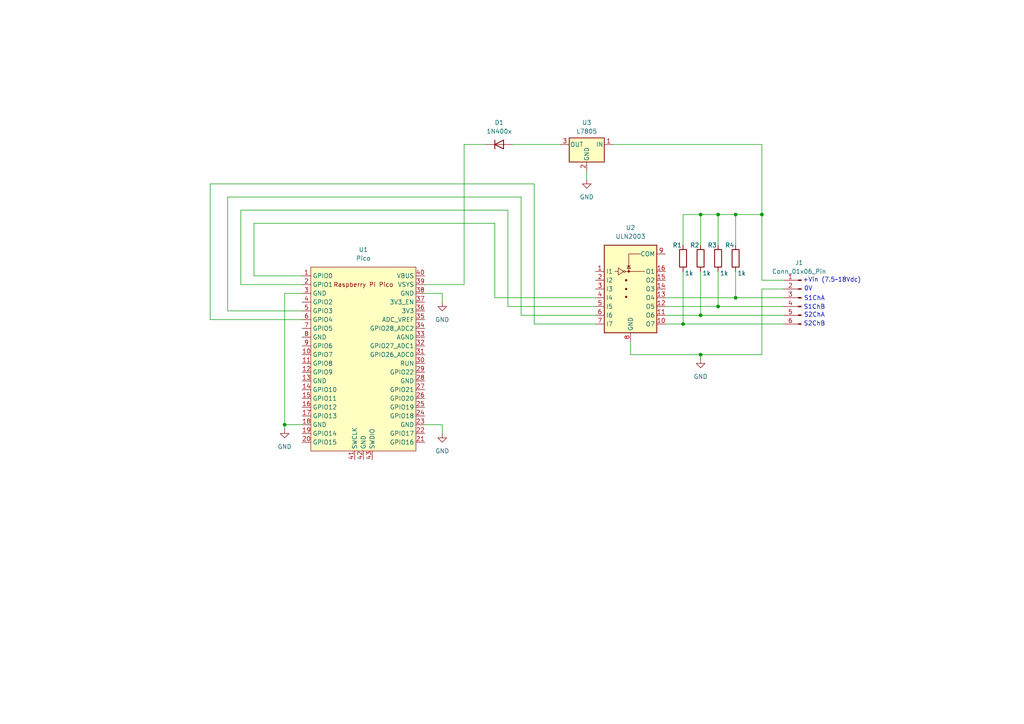
<source format=kicad_sch>
(kicad_sch
	(version 20231120)
	(generator "eeschema")
	(generator_version "8.0")
	(uuid "43917d5a-17c1-4cc9-b0b3-c358de011f0d")
	(paper "A4")
	(title_block
		(title "Speed Sensor Simulator")
		(date "2024-12-02")
		(rev "2")
		(comment 1 "Design by Gérard Gauthier")
	)
	(lib_symbols
		(symbol "Connector:Conn_01x06_Pin"
			(pin_names
				(offset 1.016) hide)
			(exclude_from_sim no)
			(in_bom yes)
			(on_board yes)
			(property "Reference" "J"
				(at 0 7.62 0)
				(effects
					(font
						(size 1.27 1.27)
					)
				)
			)
			(property "Value" "Conn_01x06_Pin"
				(at 0 -10.16 0)
				(effects
					(font
						(size 1.27 1.27)
					)
				)
			)
			(property "Footprint" ""
				(at 0 0 0)
				(effects
					(font
						(size 1.27 1.27)
					)
					(hide yes)
				)
			)
			(property "Datasheet" "~"
				(at 0 0 0)
				(effects
					(font
						(size 1.27 1.27)
					)
					(hide yes)
				)
			)
			(property "Description" "Generic connector, single row, 01x06, script generated"
				(at 0 0 0)
				(effects
					(font
						(size 1.27 1.27)
					)
					(hide yes)
				)
			)
			(property "ki_locked" ""
				(at 0 0 0)
				(effects
					(font
						(size 1.27 1.27)
					)
				)
			)
			(property "ki_keywords" "connector"
				(at 0 0 0)
				(effects
					(font
						(size 1.27 1.27)
					)
					(hide yes)
				)
			)
			(property "ki_fp_filters" "Connector*:*_1x??_*"
				(at 0 0 0)
				(effects
					(font
						(size 1.27 1.27)
					)
					(hide yes)
				)
			)
			(symbol "Conn_01x06_Pin_1_1"
				(polyline
					(pts
						(xy 1.27 -7.62) (xy 0.8636 -7.62)
					)
					(stroke
						(width 0.1524)
						(type default)
					)
					(fill
						(type none)
					)
				)
				(polyline
					(pts
						(xy 1.27 -5.08) (xy 0.8636 -5.08)
					)
					(stroke
						(width 0.1524)
						(type default)
					)
					(fill
						(type none)
					)
				)
				(polyline
					(pts
						(xy 1.27 -2.54) (xy 0.8636 -2.54)
					)
					(stroke
						(width 0.1524)
						(type default)
					)
					(fill
						(type none)
					)
				)
				(polyline
					(pts
						(xy 1.27 0) (xy 0.8636 0)
					)
					(stroke
						(width 0.1524)
						(type default)
					)
					(fill
						(type none)
					)
				)
				(polyline
					(pts
						(xy 1.27 2.54) (xy 0.8636 2.54)
					)
					(stroke
						(width 0.1524)
						(type default)
					)
					(fill
						(type none)
					)
				)
				(polyline
					(pts
						(xy 1.27 5.08) (xy 0.8636 5.08)
					)
					(stroke
						(width 0.1524)
						(type default)
					)
					(fill
						(type none)
					)
				)
				(rectangle
					(start 0.8636 -7.493)
					(end 0 -7.747)
					(stroke
						(width 0.1524)
						(type default)
					)
					(fill
						(type outline)
					)
				)
				(rectangle
					(start 0.8636 -4.953)
					(end 0 -5.207)
					(stroke
						(width 0.1524)
						(type default)
					)
					(fill
						(type outline)
					)
				)
				(rectangle
					(start 0.8636 -2.413)
					(end 0 -2.667)
					(stroke
						(width 0.1524)
						(type default)
					)
					(fill
						(type outline)
					)
				)
				(rectangle
					(start 0.8636 0.127)
					(end 0 -0.127)
					(stroke
						(width 0.1524)
						(type default)
					)
					(fill
						(type outline)
					)
				)
				(rectangle
					(start 0.8636 2.667)
					(end 0 2.413)
					(stroke
						(width 0.1524)
						(type default)
					)
					(fill
						(type outline)
					)
				)
				(rectangle
					(start 0.8636 5.207)
					(end 0 4.953)
					(stroke
						(width 0.1524)
						(type default)
					)
					(fill
						(type outline)
					)
				)
				(pin passive line
					(at 5.08 5.08 180)
					(length 3.81)
					(name "Pin_1"
						(effects
							(font
								(size 1.27 1.27)
							)
						)
					)
					(number "1"
						(effects
							(font
								(size 1.27 1.27)
							)
						)
					)
				)
				(pin passive line
					(at 5.08 2.54 180)
					(length 3.81)
					(name "Pin_2"
						(effects
							(font
								(size 1.27 1.27)
							)
						)
					)
					(number "2"
						(effects
							(font
								(size 1.27 1.27)
							)
						)
					)
				)
				(pin passive line
					(at 5.08 0 180)
					(length 3.81)
					(name "Pin_3"
						(effects
							(font
								(size 1.27 1.27)
							)
						)
					)
					(number "3"
						(effects
							(font
								(size 1.27 1.27)
							)
						)
					)
				)
				(pin passive line
					(at 5.08 -2.54 180)
					(length 3.81)
					(name "Pin_4"
						(effects
							(font
								(size 1.27 1.27)
							)
						)
					)
					(number "4"
						(effects
							(font
								(size 1.27 1.27)
							)
						)
					)
				)
				(pin passive line
					(at 5.08 -5.08 180)
					(length 3.81)
					(name "Pin_5"
						(effects
							(font
								(size 1.27 1.27)
							)
						)
					)
					(number "5"
						(effects
							(font
								(size 1.27 1.27)
							)
						)
					)
				)
				(pin passive line
					(at 5.08 -7.62 180)
					(length 3.81)
					(name "Pin_6"
						(effects
							(font
								(size 1.27 1.27)
							)
						)
					)
					(number "6"
						(effects
							(font
								(size 1.27 1.27)
							)
						)
					)
				)
			)
		)
		(symbol "Device:D"
			(pin_numbers hide)
			(pin_names
				(offset 1.016) hide)
			(exclude_from_sim no)
			(in_bom yes)
			(on_board yes)
			(property "Reference" "D"
				(at 0 2.54 0)
				(effects
					(font
						(size 1.27 1.27)
					)
				)
			)
			(property "Value" "D"
				(at 0 -2.54 0)
				(effects
					(font
						(size 1.27 1.27)
					)
				)
			)
			(property "Footprint" ""
				(at 0 0 0)
				(effects
					(font
						(size 1.27 1.27)
					)
					(hide yes)
				)
			)
			(property "Datasheet" "~"
				(at 0 0 0)
				(effects
					(font
						(size 1.27 1.27)
					)
					(hide yes)
				)
			)
			(property "Description" "Diode"
				(at 0 0 0)
				(effects
					(font
						(size 1.27 1.27)
					)
					(hide yes)
				)
			)
			(property "Sim.Device" "D"
				(at 0 0 0)
				(effects
					(font
						(size 1.27 1.27)
					)
					(hide yes)
				)
			)
			(property "Sim.Pins" "1=K 2=A"
				(at 0 0 0)
				(effects
					(font
						(size 1.27 1.27)
					)
					(hide yes)
				)
			)
			(property "ki_keywords" "diode"
				(at 0 0 0)
				(effects
					(font
						(size 1.27 1.27)
					)
					(hide yes)
				)
			)
			(property "ki_fp_filters" "TO-???* *_Diode_* *SingleDiode* D_*"
				(at 0 0 0)
				(effects
					(font
						(size 1.27 1.27)
					)
					(hide yes)
				)
			)
			(symbol "D_0_1"
				(polyline
					(pts
						(xy -1.27 1.27) (xy -1.27 -1.27)
					)
					(stroke
						(width 0.254)
						(type default)
					)
					(fill
						(type none)
					)
				)
				(polyline
					(pts
						(xy 1.27 0) (xy -1.27 0)
					)
					(stroke
						(width 0)
						(type default)
					)
					(fill
						(type none)
					)
				)
				(polyline
					(pts
						(xy 1.27 1.27) (xy 1.27 -1.27) (xy -1.27 0) (xy 1.27 1.27)
					)
					(stroke
						(width 0.254)
						(type default)
					)
					(fill
						(type none)
					)
				)
			)
			(symbol "D_1_1"
				(pin passive line
					(at -3.81 0 0)
					(length 2.54)
					(name "K"
						(effects
							(font
								(size 1.27 1.27)
							)
						)
					)
					(number "1"
						(effects
							(font
								(size 1.27 1.27)
							)
						)
					)
				)
				(pin passive line
					(at 3.81 0 180)
					(length 2.54)
					(name "A"
						(effects
							(font
								(size 1.27 1.27)
							)
						)
					)
					(number "2"
						(effects
							(font
								(size 1.27 1.27)
							)
						)
					)
				)
			)
		)
		(symbol "Device:R"
			(pin_numbers hide)
			(pin_names
				(offset 0)
			)
			(exclude_from_sim no)
			(in_bom yes)
			(on_board yes)
			(property "Reference" "R"
				(at 2.032 0 90)
				(effects
					(font
						(size 1.27 1.27)
					)
				)
			)
			(property "Value" "R"
				(at 0 0 90)
				(effects
					(font
						(size 1.27 1.27)
					)
				)
			)
			(property "Footprint" ""
				(at -1.778 0 90)
				(effects
					(font
						(size 1.27 1.27)
					)
					(hide yes)
				)
			)
			(property "Datasheet" "~"
				(at 0 0 0)
				(effects
					(font
						(size 1.27 1.27)
					)
					(hide yes)
				)
			)
			(property "Description" "Resistor"
				(at 0 0 0)
				(effects
					(font
						(size 1.27 1.27)
					)
					(hide yes)
				)
			)
			(property "ki_keywords" "R res resistor"
				(at 0 0 0)
				(effects
					(font
						(size 1.27 1.27)
					)
					(hide yes)
				)
			)
			(property "ki_fp_filters" "R_*"
				(at 0 0 0)
				(effects
					(font
						(size 1.27 1.27)
					)
					(hide yes)
				)
			)
			(symbol "R_0_1"
				(rectangle
					(start -1.016 -2.54)
					(end 1.016 2.54)
					(stroke
						(width 0.254)
						(type default)
					)
					(fill
						(type none)
					)
				)
			)
			(symbol "R_1_1"
				(pin passive line
					(at 0 3.81 270)
					(length 1.27)
					(name "~"
						(effects
							(font
								(size 1.27 1.27)
							)
						)
					)
					(number "1"
						(effects
							(font
								(size 1.27 1.27)
							)
						)
					)
				)
				(pin passive line
					(at 0 -3.81 90)
					(length 1.27)
					(name "~"
						(effects
							(font
								(size 1.27 1.27)
							)
						)
					)
					(number "2"
						(effects
							(font
								(size 1.27 1.27)
							)
						)
					)
				)
			)
		)
		(symbol "MCU_RaspberryPi_and_Boards:Pico"
			(exclude_from_sim no)
			(in_bom yes)
			(on_board yes)
			(property "Reference" "U"
				(at -13.97 27.94 0)
				(effects
					(font
						(size 1.27 1.27)
					)
				)
			)
			(property "Value" "Pico"
				(at 0 19.05 0)
				(effects
					(font
						(size 1.27 1.27)
					)
				)
			)
			(property "Footprint" "RPi_Pico:RPi_Pico_SMD_TH"
				(at 0 0 90)
				(effects
					(font
						(size 1.27 1.27)
					)
					(hide yes)
				)
			)
			(property "Datasheet" ""
				(at 0 0 0)
				(effects
					(font
						(size 1.27 1.27)
					)
					(hide yes)
				)
			)
			(property "Description" ""
				(at 0 0 0)
				(effects
					(font
						(size 1.27 1.27)
					)
					(hide yes)
				)
			)
			(symbol "Pico_0_0"
				(text "Raspberry Pi Pico"
					(at 0 21.59 0)
					(effects
						(font
							(size 1.27 1.27)
						)
					)
				)
			)
			(symbol "Pico_0_1"
				(rectangle
					(start -15.24 26.67)
					(end 15.24 -26.67)
					(stroke
						(width 0)
						(type default)
					)
					(fill
						(type background)
					)
				)
			)
			(symbol "Pico_1_1"
				(pin bidirectional line
					(at -17.78 24.13 0)
					(length 2.54)
					(name "GPIO0"
						(effects
							(font
								(size 1.27 1.27)
							)
						)
					)
					(number "1"
						(effects
							(font
								(size 1.27 1.27)
							)
						)
					)
				)
				(pin bidirectional line
					(at -17.78 1.27 0)
					(length 2.54)
					(name "GPIO7"
						(effects
							(font
								(size 1.27 1.27)
							)
						)
					)
					(number "10"
						(effects
							(font
								(size 1.27 1.27)
							)
						)
					)
				)
				(pin bidirectional line
					(at -17.78 -1.27 0)
					(length 2.54)
					(name "GPIO8"
						(effects
							(font
								(size 1.27 1.27)
							)
						)
					)
					(number "11"
						(effects
							(font
								(size 1.27 1.27)
							)
						)
					)
				)
				(pin bidirectional line
					(at -17.78 -3.81 0)
					(length 2.54)
					(name "GPIO9"
						(effects
							(font
								(size 1.27 1.27)
							)
						)
					)
					(number "12"
						(effects
							(font
								(size 1.27 1.27)
							)
						)
					)
				)
				(pin power_in line
					(at -17.78 -6.35 0)
					(length 2.54)
					(name "GND"
						(effects
							(font
								(size 1.27 1.27)
							)
						)
					)
					(number "13"
						(effects
							(font
								(size 1.27 1.27)
							)
						)
					)
				)
				(pin bidirectional line
					(at -17.78 -8.89 0)
					(length 2.54)
					(name "GPIO10"
						(effects
							(font
								(size 1.27 1.27)
							)
						)
					)
					(number "14"
						(effects
							(font
								(size 1.27 1.27)
							)
						)
					)
				)
				(pin bidirectional line
					(at -17.78 -11.43 0)
					(length 2.54)
					(name "GPIO11"
						(effects
							(font
								(size 1.27 1.27)
							)
						)
					)
					(number "15"
						(effects
							(font
								(size 1.27 1.27)
							)
						)
					)
				)
				(pin bidirectional line
					(at -17.78 -13.97 0)
					(length 2.54)
					(name "GPIO12"
						(effects
							(font
								(size 1.27 1.27)
							)
						)
					)
					(number "16"
						(effects
							(font
								(size 1.27 1.27)
							)
						)
					)
				)
				(pin bidirectional line
					(at -17.78 -16.51 0)
					(length 2.54)
					(name "GPIO13"
						(effects
							(font
								(size 1.27 1.27)
							)
						)
					)
					(number "17"
						(effects
							(font
								(size 1.27 1.27)
							)
						)
					)
				)
				(pin power_in line
					(at -17.78 -19.05 0)
					(length 2.54)
					(name "GND"
						(effects
							(font
								(size 1.27 1.27)
							)
						)
					)
					(number "18"
						(effects
							(font
								(size 1.27 1.27)
							)
						)
					)
				)
				(pin bidirectional line
					(at -17.78 -21.59 0)
					(length 2.54)
					(name "GPIO14"
						(effects
							(font
								(size 1.27 1.27)
							)
						)
					)
					(number "19"
						(effects
							(font
								(size 1.27 1.27)
							)
						)
					)
				)
				(pin bidirectional line
					(at -17.78 21.59 0)
					(length 2.54)
					(name "GPIO1"
						(effects
							(font
								(size 1.27 1.27)
							)
						)
					)
					(number "2"
						(effects
							(font
								(size 1.27 1.27)
							)
						)
					)
				)
				(pin bidirectional line
					(at -17.78 -24.13 0)
					(length 2.54)
					(name "GPIO15"
						(effects
							(font
								(size 1.27 1.27)
							)
						)
					)
					(number "20"
						(effects
							(font
								(size 1.27 1.27)
							)
						)
					)
				)
				(pin bidirectional line
					(at 17.78 -24.13 180)
					(length 2.54)
					(name "GPIO16"
						(effects
							(font
								(size 1.27 1.27)
							)
						)
					)
					(number "21"
						(effects
							(font
								(size 1.27 1.27)
							)
						)
					)
				)
				(pin bidirectional line
					(at 17.78 -21.59 180)
					(length 2.54)
					(name "GPIO17"
						(effects
							(font
								(size 1.27 1.27)
							)
						)
					)
					(number "22"
						(effects
							(font
								(size 1.27 1.27)
							)
						)
					)
				)
				(pin power_in line
					(at 17.78 -19.05 180)
					(length 2.54)
					(name "GND"
						(effects
							(font
								(size 1.27 1.27)
							)
						)
					)
					(number "23"
						(effects
							(font
								(size 1.27 1.27)
							)
						)
					)
				)
				(pin bidirectional line
					(at 17.78 -16.51 180)
					(length 2.54)
					(name "GPIO18"
						(effects
							(font
								(size 1.27 1.27)
							)
						)
					)
					(number "24"
						(effects
							(font
								(size 1.27 1.27)
							)
						)
					)
				)
				(pin bidirectional line
					(at 17.78 -13.97 180)
					(length 2.54)
					(name "GPIO19"
						(effects
							(font
								(size 1.27 1.27)
							)
						)
					)
					(number "25"
						(effects
							(font
								(size 1.27 1.27)
							)
						)
					)
				)
				(pin bidirectional line
					(at 17.78 -11.43 180)
					(length 2.54)
					(name "GPIO20"
						(effects
							(font
								(size 1.27 1.27)
							)
						)
					)
					(number "26"
						(effects
							(font
								(size 1.27 1.27)
							)
						)
					)
				)
				(pin bidirectional line
					(at 17.78 -8.89 180)
					(length 2.54)
					(name "GPIO21"
						(effects
							(font
								(size 1.27 1.27)
							)
						)
					)
					(number "27"
						(effects
							(font
								(size 1.27 1.27)
							)
						)
					)
				)
				(pin power_in line
					(at 17.78 -6.35 180)
					(length 2.54)
					(name "GND"
						(effects
							(font
								(size 1.27 1.27)
							)
						)
					)
					(number "28"
						(effects
							(font
								(size 1.27 1.27)
							)
						)
					)
				)
				(pin bidirectional line
					(at 17.78 -3.81 180)
					(length 2.54)
					(name "GPIO22"
						(effects
							(font
								(size 1.27 1.27)
							)
						)
					)
					(number "29"
						(effects
							(font
								(size 1.27 1.27)
							)
						)
					)
				)
				(pin power_in line
					(at -17.78 19.05 0)
					(length 2.54)
					(name "GND"
						(effects
							(font
								(size 1.27 1.27)
							)
						)
					)
					(number "3"
						(effects
							(font
								(size 1.27 1.27)
							)
						)
					)
				)
				(pin input line
					(at 17.78 -1.27 180)
					(length 2.54)
					(name "RUN"
						(effects
							(font
								(size 1.27 1.27)
							)
						)
					)
					(number "30"
						(effects
							(font
								(size 1.27 1.27)
							)
						)
					)
				)
				(pin bidirectional line
					(at 17.78 1.27 180)
					(length 2.54)
					(name "GPIO26_ADC0"
						(effects
							(font
								(size 1.27 1.27)
							)
						)
					)
					(number "31"
						(effects
							(font
								(size 1.27 1.27)
							)
						)
					)
				)
				(pin bidirectional line
					(at 17.78 3.81 180)
					(length 2.54)
					(name "GPIO27_ADC1"
						(effects
							(font
								(size 1.27 1.27)
							)
						)
					)
					(number "32"
						(effects
							(font
								(size 1.27 1.27)
							)
						)
					)
				)
				(pin power_in line
					(at 17.78 6.35 180)
					(length 2.54)
					(name "AGND"
						(effects
							(font
								(size 1.27 1.27)
							)
						)
					)
					(number "33"
						(effects
							(font
								(size 1.27 1.27)
							)
						)
					)
				)
				(pin bidirectional line
					(at 17.78 8.89 180)
					(length 2.54)
					(name "GPIO28_ADC2"
						(effects
							(font
								(size 1.27 1.27)
							)
						)
					)
					(number "34"
						(effects
							(font
								(size 1.27 1.27)
							)
						)
					)
				)
				(pin power_in line
					(at 17.78 11.43 180)
					(length 2.54)
					(name "ADC_VREF"
						(effects
							(font
								(size 1.27 1.27)
							)
						)
					)
					(number "35"
						(effects
							(font
								(size 1.27 1.27)
							)
						)
					)
				)
				(pin power_in line
					(at 17.78 13.97 180)
					(length 2.54)
					(name "3V3"
						(effects
							(font
								(size 1.27 1.27)
							)
						)
					)
					(number "36"
						(effects
							(font
								(size 1.27 1.27)
							)
						)
					)
				)
				(pin input line
					(at 17.78 16.51 180)
					(length 2.54)
					(name "3V3_EN"
						(effects
							(font
								(size 1.27 1.27)
							)
						)
					)
					(number "37"
						(effects
							(font
								(size 1.27 1.27)
							)
						)
					)
				)
				(pin bidirectional line
					(at 17.78 19.05 180)
					(length 2.54)
					(name "GND"
						(effects
							(font
								(size 1.27 1.27)
							)
						)
					)
					(number "38"
						(effects
							(font
								(size 1.27 1.27)
							)
						)
					)
				)
				(pin power_in line
					(at 17.78 21.59 180)
					(length 2.54)
					(name "VSYS"
						(effects
							(font
								(size 1.27 1.27)
							)
						)
					)
					(number "39"
						(effects
							(font
								(size 1.27 1.27)
							)
						)
					)
				)
				(pin bidirectional line
					(at -17.78 16.51 0)
					(length 2.54)
					(name "GPIO2"
						(effects
							(font
								(size 1.27 1.27)
							)
						)
					)
					(number "4"
						(effects
							(font
								(size 1.27 1.27)
							)
						)
					)
				)
				(pin power_in line
					(at 17.78 24.13 180)
					(length 2.54)
					(name "VBUS"
						(effects
							(font
								(size 1.27 1.27)
							)
						)
					)
					(number "40"
						(effects
							(font
								(size 1.27 1.27)
							)
						)
					)
				)
				(pin input line
					(at -2.54 -29.21 90)
					(length 2.54)
					(name "SWCLK"
						(effects
							(font
								(size 1.27 1.27)
							)
						)
					)
					(number "41"
						(effects
							(font
								(size 1.27 1.27)
							)
						)
					)
				)
				(pin power_in line
					(at 0 -29.21 90)
					(length 2.54)
					(name "GND"
						(effects
							(font
								(size 1.27 1.27)
							)
						)
					)
					(number "42"
						(effects
							(font
								(size 1.27 1.27)
							)
						)
					)
				)
				(pin bidirectional line
					(at 2.54 -29.21 90)
					(length 2.54)
					(name "SWDIO"
						(effects
							(font
								(size 1.27 1.27)
							)
						)
					)
					(number "43"
						(effects
							(font
								(size 1.27 1.27)
							)
						)
					)
				)
				(pin bidirectional line
					(at -17.78 13.97 0)
					(length 2.54)
					(name "GPIO3"
						(effects
							(font
								(size 1.27 1.27)
							)
						)
					)
					(number "5"
						(effects
							(font
								(size 1.27 1.27)
							)
						)
					)
				)
				(pin bidirectional line
					(at -17.78 11.43 0)
					(length 2.54)
					(name "GPIO4"
						(effects
							(font
								(size 1.27 1.27)
							)
						)
					)
					(number "6"
						(effects
							(font
								(size 1.27 1.27)
							)
						)
					)
				)
				(pin bidirectional line
					(at -17.78 8.89 0)
					(length 2.54)
					(name "GPIO5"
						(effects
							(font
								(size 1.27 1.27)
							)
						)
					)
					(number "7"
						(effects
							(font
								(size 1.27 1.27)
							)
						)
					)
				)
				(pin power_in line
					(at -17.78 6.35 0)
					(length 2.54)
					(name "GND"
						(effects
							(font
								(size 1.27 1.27)
							)
						)
					)
					(number "8"
						(effects
							(font
								(size 1.27 1.27)
							)
						)
					)
				)
				(pin bidirectional line
					(at -17.78 3.81 0)
					(length 2.54)
					(name "GPIO6"
						(effects
							(font
								(size 1.27 1.27)
							)
						)
					)
					(number "9"
						(effects
							(font
								(size 1.27 1.27)
							)
						)
					)
				)
			)
		)
		(symbol "Regulator_Linear:L7805"
			(pin_names
				(offset 0.254)
			)
			(exclude_from_sim no)
			(in_bom yes)
			(on_board yes)
			(property "Reference" "U"
				(at -3.81 3.175 0)
				(effects
					(font
						(size 1.27 1.27)
					)
				)
			)
			(property "Value" "L7805"
				(at 0 3.175 0)
				(effects
					(font
						(size 1.27 1.27)
					)
					(justify left)
				)
			)
			(property "Footprint" ""
				(at 0.635 -3.81 0)
				(effects
					(font
						(size 1.27 1.27)
						(italic yes)
					)
					(justify left)
					(hide yes)
				)
			)
			(property "Datasheet" "http://www.st.com/content/ccc/resource/technical/document/datasheet/41/4f/b3/b0/12/d4/47/88/CD00000444.pdf/files/CD00000444.pdf/jcr:content/translations/en.CD00000444.pdf"
				(at 0 -1.27 0)
				(effects
					(font
						(size 1.27 1.27)
					)
					(hide yes)
				)
			)
			(property "Description" "Positive 1.5A 35V Linear Regulator, Fixed Output 5V, TO-220/TO-263/TO-252"
				(at 0 0 0)
				(effects
					(font
						(size 1.27 1.27)
					)
					(hide yes)
				)
			)
			(property "ki_keywords" "Voltage Regulator 1.5A Positive"
				(at 0 0 0)
				(effects
					(font
						(size 1.27 1.27)
					)
					(hide yes)
				)
			)
			(property "ki_fp_filters" "TO?252* TO?263* TO?220*"
				(at 0 0 0)
				(effects
					(font
						(size 1.27 1.27)
					)
					(hide yes)
				)
			)
			(symbol "L7805_0_1"
				(rectangle
					(start -5.08 1.905)
					(end 5.08 -5.08)
					(stroke
						(width 0.254)
						(type default)
					)
					(fill
						(type background)
					)
				)
			)
			(symbol "L7805_1_1"
				(pin power_in line
					(at -7.62 0 0)
					(length 2.54)
					(name "IN"
						(effects
							(font
								(size 1.27 1.27)
							)
						)
					)
					(number "1"
						(effects
							(font
								(size 1.27 1.27)
							)
						)
					)
				)
				(pin power_in line
					(at 0 -7.62 90)
					(length 2.54)
					(name "GND"
						(effects
							(font
								(size 1.27 1.27)
							)
						)
					)
					(number "2"
						(effects
							(font
								(size 1.27 1.27)
							)
						)
					)
				)
				(pin power_out line
					(at 7.62 0 180)
					(length 2.54)
					(name "OUT"
						(effects
							(font
								(size 1.27 1.27)
							)
						)
					)
					(number "3"
						(effects
							(font
								(size 1.27 1.27)
							)
						)
					)
				)
			)
		)
		(symbol "Transistor_Array:ULN2003"
			(exclude_from_sim no)
			(in_bom yes)
			(on_board yes)
			(property "Reference" "U"
				(at 0 15.875 0)
				(effects
					(font
						(size 1.27 1.27)
					)
				)
			)
			(property "Value" "ULN2003"
				(at 0 13.97 0)
				(effects
					(font
						(size 1.27 1.27)
					)
				)
			)
			(property "Footprint" ""
				(at 1.27 -13.97 0)
				(effects
					(font
						(size 1.27 1.27)
					)
					(justify left)
					(hide yes)
				)
			)
			(property "Datasheet" "http://www.ti.com/lit/ds/symlink/uln2003a.pdf"
				(at 2.54 -5.08 0)
				(effects
					(font
						(size 1.27 1.27)
					)
					(hide yes)
				)
			)
			(property "Description" "High Voltage, High Current Darlington Transistor Arrays, SOIC16/SOIC16W/DIP16/TSSOP16"
				(at 0 0 0)
				(effects
					(font
						(size 1.27 1.27)
					)
					(hide yes)
				)
			)
			(property "ki_keywords" "darlington transistor array"
				(at 0 0 0)
				(effects
					(font
						(size 1.27 1.27)
					)
					(hide yes)
				)
			)
			(property "ki_fp_filters" "DIP*W7.62mm* SOIC*3.9x9.9mm*P1.27mm* SSOP*4.4x5.2mm*P0.65mm* TSSOP*4.4x5mm*P0.65mm* SOIC*W*5.3x10.2mm*P1.27mm*"
				(at 0 0 0)
				(effects
					(font
						(size 1.27 1.27)
					)
					(hide yes)
				)
			)
			(symbol "ULN2003_0_1"
				(rectangle
					(start -7.62 -12.7)
					(end 7.62 12.7)
					(stroke
						(width 0.254)
						(type default)
					)
					(fill
						(type background)
					)
				)
				(circle
					(center -1.778 5.08)
					(radius 0.254)
					(stroke
						(width 0)
						(type default)
					)
					(fill
						(type none)
					)
				)
				(circle
					(center -1.27 -2.286)
					(radius 0.254)
					(stroke
						(width 0)
						(type default)
					)
					(fill
						(type outline)
					)
				)
				(circle
					(center -1.27 0)
					(radius 0.254)
					(stroke
						(width 0)
						(type default)
					)
					(fill
						(type outline)
					)
				)
				(circle
					(center -1.27 2.54)
					(radius 0.254)
					(stroke
						(width 0)
						(type default)
					)
					(fill
						(type outline)
					)
				)
				(circle
					(center -0.508 5.08)
					(radius 0.254)
					(stroke
						(width 0)
						(type default)
					)
					(fill
						(type outline)
					)
				)
				(polyline
					(pts
						(xy -4.572 5.08) (xy -3.556 5.08)
					)
					(stroke
						(width 0)
						(type default)
					)
					(fill
						(type none)
					)
				)
				(polyline
					(pts
						(xy -1.524 5.08) (xy 4.064 5.08)
					)
					(stroke
						(width 0)
						(type default)
					)
					(fill
						(type none)
					)
				)
				(polyline
					(pts
						(xy 0 6.731) (xy -1.016 6.731)
					)
					(stroke
						(width 0)
						(type default)
					)
					(fill
						(type none)
					)
				)
				(polyline
					(pts
						(xy -0.508 5.08) (xy -0.508 10.16) (xy 2.921 10.16)
					)
					(stroke
						(width 0)
						(type default)
					)
					(fill
						(type none)
					)
				)
				(polyline
					(pts
						(xy -3.556 6.096) (xy -3.556 4.064) (xy -2.032 5.08) (xy -3.556 6.096)
					)
					(stroke
						(width 0)
						(type default)
					)
					(fill
						(type none)
					)
				)
				(polyline
					(pts
						(xy 0 5.969) (xy -1.016 5.969) (xy -0.508 6.731) (xy 0 5.969)
					)
					(stroke
						(width 0)
						(type default)
					)
					(fill
						(type none)
					)
				)
			)
			(symbol "ULN2003_1_1"
				(pin input line
					(at -10.16 5.08 0)
					(length 2.54)
					(name "I1"
						(effects
							(font
								(size 1.27 1.27)
							)
						)
					)
					(number "1"
						(effects
							(font
								(size 1.27 1.27)
							)
						)
					)
				)
				(pin open_collector line
					(at 10.16 -10.16 180)
					(length 2.54)
					(name "O7"
						(effects
							(font
								(size 1.27 1.27)
							)
						)
					)
					(number "10"
						(effects
							(font
								(size 1.27 1.27)
							)
						)
					)
				)
				(pin open_collector line
					(at 10.16 -7.62 180)
					(length 2.54)
					(name "O6"
						(effects
							(font
								(size 1.27 1.27)
							)
						)
					)
					(number "11"
						(effects
							(font
								(size 1.27 1.27)
							)
						)
					)
				)
				(pin open_collector line
					(at 10.16 -5.08 180)
					(length 2.54)
					(name "O5"
						(effects
							(font
								(size 1.27 1.27)
							)
						)
					)
					(number "12"
						(effects
							(font
								(size 1.27 1.27)
							)
						)
					)
				)
				(pin open_collector line
					(at 10.16 -2.54 180)
					(length 2.54)
					(name "O4"
						(effects
							(font
								(size 1.27 1.27)
							)
						)
					)
					(number "13"
						(effects
							(font
								(size 1.27 1.27)
							)
						)
					)
				)
				(pin open_collector line
					(at 10.16 0 180)
					(length 2.54)
					(name "O3"
						(effects
							(font
								(size 1.27 1.27)
							)
						)
					)
					(number "14"
						(effects
							(font
								(size 1.27 1.27)
							)
						)
					)
				)
				(pin open_collector line
					(at 10.16 2.54 180)
					(length 2.54)
					(name "O2"
						(effects
							(font
								(size 1.27 1.27)
							)
						)
					)
					(number "15"
						(effects
							(font
								(size 1.27 1.27)
							)
						)
					)
				)
				(pin open_collector line
					(at 10.16 5.08 180)
					(length 2.54)
					(name "O1"
						(effects
							(font
								(size 1.27 1.27)
							)
						)
					)
					(number "16"
						(effects
							(font
								(size 1.27 1.27)
							)
						)
					)
				)
				(pin input line
					(at -10.16 2.54 0)
					(length 2.54)
					(name "I2"
						(effects
							(font
								(size 1.27 1.27)
							)
						)
					)
					(number "2"
						(effects
							(font
								(size 1.27 1.27)
							)
						)
					)
				)
				(pin input line
					(at -10.16 0 0)
					(length 2.54)
					(name "I3"
						(effects
							(font
								(size 1.27 1.27)
							)
						)
					)
					(number "3"
						(effects
							(font
								(size 1.27 1.27)
							)
						)
					)
				)
				(pin input line
					(at -10.16 -2.54 0)
					(length 2.54)
					(name "I4"
						(effects
							(font
								(size 1.27 1.27)
							)
						)
					)
					(number "4"
						(effects
							(font
								(size 1.27 1.27)
							)
						)
					)
				)
				(pin input line
					(at -10.16 -5.08 0)
					(length 2.54)
					(name "I5"
						(effects
							(font
								(size 1.27 1.27)
							)
						)
					)
					(number "5"
						(effects
							(font
								(size 1.27 1.27)
							)
						)
					)
				)
				(pin input line
					(at -10.16 -7.62 0)
					(length 2.54)
					(name "I6"
						(effects
							(font
								(size 1.27 1.27)
							)
						)
					)
					(number "6"
						(effects
							(font
								(size 1.27 1.27)
							)
						)
					)
				)
				(pin input line
					(at -10.16 -10.16 0)
					(length 2.54)
					(name "I7"
						(effects
							(font
								(size 1.27 1.27)
							)
						)
					)
					(number "7"
						(effects
							(font
								(size 1.27 1.27)
							)
						)
					)
				)
				(pin power_in line
					(at 0 -15.24 90)
					(length 2.54)
					(name "GND"
						(effects
							(font
								(size 1.27 1.27)
							)
						)
					)
					(number "8"
						(effects
							(font
								(size 1.27 1.27)
							)
						)
					)
				)
				(pin passive line
					(at 10.16 10.16 180)
					(length 2.54)
					(name "COM"
						(effects
							(font
								(size 1.27 1.27)
							)
						)
					)
					(number "9"
						(effects
							(font
								(size 1.27 1.27)
							)
						)
					)
				)
			)
		)
		(symbol "power:GND"
			(power)
			(pin_numbers hide)
			(pin_names
				(offset 0) hide)
			(exclude_from_sim no)
			(in_bom yes)
			(on_board yes)
			(property "Reference" "#PWR"
				(at 0 -6.35 0)
				(effects
					(font
						(size 1.27 1.27)
					)
					(hide yes)
				)
			)
			(property "Value" "GND"
				(at 0 -3.81 0)
				(effects
					(font
						(size 1.27 1.27)
					)
				)
			)
			(property "Footprint" ""
				(at 0 0 0)
				(effects
					(font
						(size 1.27 1.27)
					)
					(hide yes)
				)
			)
			(property "Datasheet" ""
				(at 0 0 0)
				(effects
					(font
						(size 1.27 1.27)
					)
					(hide yes)
				)
			)
			(property "Description" "Power symbol creates a global label with name \"GND\" , ground"
				(at 0 0 0)
				(effects
					(font
						(size 1.27 1.27)
					)
					(hide yes)
				)
			)
			(property "ki_keywords" "global power"
				(at 0 0 0)
				(effects
					(font
						(size 1.27 1.27)
					)
					(hide yes)
				)
			)
			(symbol "GND_0_1"
				(polyline
					(pts
						(xy 0 0) (xy 0 -1.27) (xy 1.27 -1.27) (xy 0 -2.54) (xy -1.27 -1.27) (xy 0 -1.27)
					)
					(stroke
						(width 0)
						(type default)
					)
					(fill
						(type none)
					)
				)
			)
			(symbol "GND_1_1"
				(pin power_in line
					(at 0 0 270)
					(length 0)
					(name "~"
						(effects
							(font
								(size 1.27 1.27)
							)
						)
					)
					(number "1"
						(effects
							(font
								(size 1.27 1.27)
							)
						)
					)
				)
			)
		)
	)
	(junction
		(at 220.98 62.23)
		(diameter 0)
		(color 0 0 0 0)
		(uuid "177610a5-6486-4235-8512-8a66aee7c1b0")
	)
	(junction
		(at 213.36 86.36)
		(diameter 0)
		(color 0 0 0 0)
		(uuid "347a4b13-2e8c-4c33-b08d-11d156c37a2b")
	)
	(junction
		(at 203.2 91.44)
		(diameter 0)
		(color 0 0 0 0)
		(uuid "6ae8a993-9168-46e6-b7fb-21155bd1f2cb")
	)
	(junction
		(at 82.55 123.19)
		(diameter 0)
		(color 0 0 0 0)
		(uuid "7411c123-1359-40d5-9959-9c27b9885cbf")
	)
	(junction
		(at 203.2 102.87)
		(diameter 0)
		(color 0 0 0 0)
		(uuid "77628f56-847f-4edd-9b81-4f62f657701f")
	)
	(junction
		(at 198.12 93.98)
		(diameter 0)
		(color 0 0 0 0)
		(uuid "79cdf962-65f6-4ec6-879b-6f1b33d018a7")
	)
	(junction
		(at 213.36 62.23)
		(diameter 0)
		(color 0 0 0 0)
		(uuid "7f650a63-5f07-4b65-91d4-e9b24e1085f4")
	)
	(junction
		(at 208.28 62.23)
		(diameter 0)
		(color 0 0 0 0)
		(uuid "b6a616f6-e86c-4ee9-bcd2-c4ac2d1f2fa0")
	)
	(junction
		(at 208.28 88.9)
		(diameter 0)
		(color 0 0 0 0)
		(uuid "bc629222-61a3-4022-be27-f4259be6c7e6")
	)
	(junction
		(at 203.2 62.23)
		(diameter 0)
		(color 0 0 0 0)
		(uuid "e02fc2a3-c7c7-46b4-a516-39652a70a587")
	)
	(wire
		(pts
			(xy 69.85 60.96) (xy 147.32 60.96)
		)
		(stroke
			(width 0)
			(type default)
		)
		(uuid "04753698-e9f2-4fe9-8d3f-10811b68c205")
	)
	(wire
		(pts
			(xy 60.96 92.71) (xy 60.96 53.34)
		)
		(stroke
			(width 0)
			(type default)
		)
		(uuid "051ad243-daa4-4d6b-bbce-98deeab30bbc")
	)
	(wire
		(pts
			(xy 73.66 64.77) (xy 143.51 64.77)
		)
		(stroke
			(width 0)
			(type default)
		)
		(uuid "08d823c4-cd2a-4cfa-8300-9880fc7f02dc")
	)
	(wire
		(pts
			(xy 87.63 90.17) (xy 66.04 90.17)
		)
		(stroke
			(width 0)
			(type default)
		)
		(uuid "0c642b89-5aca-41df-b630-d46312b92002")
	)
	(wire
		(pts
			(xy 208.28 62.23) (xy 208.28 71.12)
		)
		(stroke
			(width 0)
			(type default)
		)
		(uuid "0f433f02-e5bb-4a54-b643-080b258f7f87")
	)
	(wire
		(pts
			(xy 193.04 91.44) (xy 203.2 91.44)
		)
		(stroke
			(width 0)
			(type default)
		)
		(uuid "17de4588-cad2-474c-9f46-5439238a1091")
	)
	(wire
		(pts
			(xy 227.33 83.82) (xy 220.98 83.82)
		)
		(stroke
			(width 0)
			(type default)
		)
		(uuid "19822168-6db5-4c87-9f1a-2a8fb19bdf3c")
	)
	(wire
		(pts
			(xy 82.55 123.19) (xy 82.55 124.46)
		)
		(stroke
			(width 0)
			(type default)
		)
		(uuid "1fe13a19-ec95-41d8-a50f-c4a00b6953a1")
	)
	(wire
		(pts
			(xy 73.66 80.01) (xy 73.66 64.77)
		)
		(stroke
			(width 0)
			(type default)
		)
		(uuid "2570a8b2-2e81-48a0-b96b-f1dda1349af9")
	)
	(wire
		(pts
			(xy 123.19 85.09) (xy 128.27 85.09)
		)
		(stroke
			(width 0)
			(type default)
		)
		(uuid "26c29eca-d806-4890-bf78-b20d4695c85e")
	)
	(wire
		(pts
			(xy 182.88 99.06) (xy 182.88 102.87)
		)
		(stroke
			(width 0)
			(type default)
		)
		(uuid "28bd04d0-c582-4d16-892d-ee4604e52f42")
	)
	(wire
		(pts
			(xy 208.28 88.9) (xy 227.33 88.9)
		)
		(stroke
			(width 0)
			(type default)
		)
		(uuid "29f00a89-0a4d-430e-9d52-c17bb75b597c")
	)
	(wire
		(pts
			(xy 66.04 90.17) (xy 66.04 57.15)
		)
		(stroke
			(width 0)
			(type default)
		)
		(uuid "303be45f-00aa-4a5b-838c-e604a89d4df3")
	)
	(wire
		(pts
			(xy 170.18 49.53) (xy 170.18 52.07)
		)
		(stroke
			(width 0)
			(type default)
		)
		(uuid "33c82fd8-f056-45e9-abb7-93565ae45e9c")
	)
	(wire
		(pts
			(xy 134.62 82.55) (xy 134.62 41.91)
		)
		(stroke
			(width 0)
			(type default)
		)
		(uuid "3570d5cb-4170-45f4-be45-b32179c1fdcc")
	)
	(wire
		(pts
			(xy 87.63 123.19) (xy 82.55 123.19)
		)
		(stroke
			(width 0)
			(type default)
		)
		(uuid "3a7de9af-022b-4b45-9e46-808650cef7a2")
	)
	(wire
		(pts
			(xy 134.62 41.91) (xy 140.97 41.91)
		)
		(stroke
			(width 0)
			(type default)
		)
		(uuid "44709614-7d31-4aba-bf45-40b505995496")
	)
	(wire
		(pts
			(xy 203.2 62.23) (xy 208.28 62.23)
		)
		(stroke
			(width 0)
			(type default)
		)
		(uuid "4bb9c465-8282-4de1-9bce-41c2115512cb")
	)
	(wire
		(pts
			(xy 123.19 82.55) (xy 134.62 82.55)
		)
		(stroke
			(width 0)
			(type default)
		)
		(uuid "4cfe112f-fc2f-46ff-8ac0-8b7810b58fbf")
	)
	(wire
		(pts
			(xy 87.63 80.01) (xy 73.66 80.01)
		)
		(stroke
			(width 0)
			(type default)
		)
		(uuid "50cea889-fdf4-433e-8d80-2e56e1492740")
	)
	(wire
		(pts
			(xy 203.2 91.44) (xy 227.33 91.44)
		)
		(stroke
			(width 0)
			(type default)
		)
		(uuid "57d80abb-8d78-4512-a872-0357d14ed66b")
	)
	(wire
		(pts
			(xy 203.2 62.23) (xy 203.2 71.12)
		)
		(stroke
			(width 0)
			(type default)
		)
		(uuid "5b76564c-d1da-49bb-8c90-131a48be462a")
	)
	(wire
		(pts
			(xy 220.98 83.82) (xy 220.98 102.87)
		)
		(stroke
			(width 0)
			(type default)
		)
		(uuid "6045b8e5-c51d-4d7c-8787-45feeafed9f7")
	)
	(wire
		(pts
			(xy 148.59 41.91) (xy 162.56 41.91)
		)
		(stroke
			(width 0)
			(type default)
		)
		(uuid "616d88c9-cac0-4d06-adfb-8982707d4954")
	)
	(wire
		(pts
			(xy 220.98 81.28) (xy 220.98 62.23)
		)
		(stroke
			(width 0)
			(type default)
		)
		(uuid "69c5832a-f9e8-46e3-9032-a47dbb18116f")
	)
	(wire
		(pts
			(xy 213.36 78.74) (xy 213.36 86.36)
		)
		(stroke
			(width 0)
			(type default)
		)
		(uuid "6b7a928a-de28-423c-9ef7-985d4ff06ccf")
	)
	(wire
		(pts
			(xy 154.94 53.34) (xy 154.94 93.98)
		)
		(stroke
			(width 0)
			(type default)
		)
		(uuid "6d16d8f4-97ae-44dc-ad74-1fed78b3f6c7")
	)
	(wire
		(pts
			(xy 193.04 88.9) (xy 208.28 88.9)
		)
		(stroke
			(width 0)
			(type default)
		)
		(uuid "7235955d-afd8-4591-b828-54aefe68df95")
	)
	(wire
		(pts
			(xy 208.28 78.74) (xy 208.28 88.9)
		)
		(stroke
			(width 0)
			(type default)
		)
		(uuid "74fb23c7-8537-4da7-9dc8-e9f02ec04a97")
	)
	(wire
		(pts
			(xy 147.32 60.96) (xy 147.32 88.9)
		)
		(stroke
			(width 0)
			(type default)
		)
		(uuid "7661ceaf-7dce-44a3-ba54-28f17740da81")
	)
	(wire
		(pts
			(xy 193.04 93.98) (xy 198.12 93.98)
		)
		(stroke
			(width 0)
			(type default)
		)
		(uuid "7f85ccea-4344-45b8-9ec2-b66157eae124")
	)
	(wire
		(pts
			(xy 154.94 93.98) (xy 172.72 93.98)
		)
		(stroke
			(width 0)
			(type default)
		)
		(uuid "80f044af-a4fe-4ff5-996b-1ae5239e2079")
	)
	(wire
		(pts
			(xy 82.55 85.09) (xy 82.55 123.19)
		)
		(stroke
			(width 0)
			(type default)
		)
		(uuid "83d46e88-91ef-4f4b-84a4-123f9bd5741e")
	)
	(wire
		(pts
			(xy 203.2 102.87) (xy 220.98 102.87)
		)
		(stroke
			(width 0)
			(type default)
		)
		(uuid "8476e718-4791-4eeb-b9b7-78a3308bfc87")
	)
	(wire
		(pts
			(xy 213.36 62.23) (xy 213.36 71.12)
		)
		(stroke
			(width 0)
			(type default)
		)
		(uuid "86654029-0dc5-4e8d-8109-3d361dea6b73")
	)
	(wire
		(pts
			(xy 143.51 64.77) (xy 143.51 86.36)
		)
		(stroke
			(width 0)
			(type default)
		)
		(uuid "894568a5-23ee-4ede-bb73-ccf29dc5bc1e")
	)
	(wire
		(pts
			(xy 87.63 92.71) (xy 60.96 92.71)
		)
		(stroke
			(width 0)
			(type default)
		)
		(uuid "8c755395-9c84-48d1-9888-35c2e304550d")
	)
	(wire
		(pts
			(xy 193.04 86.36) (xy 213.36 86.36)
		)
		(stroke
			(width 0)
			(type default)
		)
		(uuid "93fb5dd5-85bb-4de6-bf7a-77ade181a4f1")
	)
	(wire
		(pts
			(xy 87.63 82.55) (xy 69.85 82.55)
		)
		(stroke
			(width 0)
			(type default)
		)
		(uuid "944d00b3-8415-40ec-afe7-12d637d6a45c")
	)
	(wire
		(pts
			(xy 177.8 41.91) (xy 220.98 41.91)
		)
		(stroke
			(width 0)
			(type default)
		)
		(uuid "94e8240b-1100-4e2b-993a-837d1cb9e0e5")
	)
	(wire
		(pts
			(xy 123.19 123.19) (xy 128.27 123.19)
		)
		(stroke
			(width 0)
			(type default)
		)
		(uuid "97bc6ac8-49b6-41e6-ae70-96e8fa387041")
	)
	(wire
		(pts
			(xy 182.88 102.87) (xy 203.2 102.87)
		)
		(stroke
			(width 0)
			(type default)
		)
		(uuid "9c6fcdac-e001-4b9b-a629-6a46bbe8d087")
	)
	(wire
		(pts
			(xy 198.12 62.23) (xy 203.2 62.23)
		)
		(stroke
			(width 0)
			(type default)
		)
		(uuid "aa6aafe7-dce3-4e6b-a4af-85c5087cc898")
	)
	(wire
		(pts
			(xy 128.27 87.63) (xy 128.27 85.09)
		)
		(stroke
			(width 0)
			(type default)
		)
		(uuid "abd0002d-d439-4ea9-ac77-f95bdaee3124")
	)
	(wire
		(pts
			(xy 227.33 81.28) (xy 220.98 81.28)
		)
		(stroke
			(width 0)
			(type default)
		)
		(uuid "afe27371-43bd-4690-beb8-ba57a3008d5c")
	)
	(wire
		(pts
			(xy 147.32 88.9) (xy 172.72 88.9)
		)
		(stroke
			(width 0)
			(type default)
		)
		(uuid "b02c5786-8581-4815-8e87-26a72faf5fc2")
	)
	(wire
		(pts
			(xy 198.12 62.23) (xy 198.12 71.12)
		)
		(stroke
			(width 0)
			(type default)
		)
		(uuid "b7ca274c-0b58-49d0-b26c-c8be4cff2daf")
	)
	(wire
		(pts
			(xy 66.04 57.15) (xy 151.13 57.15)
		)
		(stroke
			(width 0)
			(type default)
		)
		(uuid "bca8f2cd-bbdb-4a96-bfdd-b1309f937207")
	)
	(wire
		(pts
			(xy 220.98 41.91) (xy 220.98 62.23)
		)
		(stroke
			(width 0)
			(type default)
		)
		(uuid "c3a76ec3-b0cf-499a-8a2f-0d1903283749")
	)
	(wire
		(pts
			(xy 82.55 85.09) (xy 87.63 85.09)
		)
		(stroke
			(width 0)
			(type default)
		)
		(uuid "c3d9ffbd-e610-4a3e-9cd2-4380b368da8f")
	)
	(wire
		(pts
			(xy 213.36 86.36) (xy 227.33 86.36)
		)
		(stroke
			(width 0)
			(type default)
		)
		(uuid "c66a12eb-08f8-4328-95d2-de6e32a19850")
	)
	(wire
		(pts
			(xy 151.13 57.15) (xy 151.13 91.44)
		)
		(stroke
			(width 0)
			(type default)
		)
		(uuid "c7e3bfa8-5b48-437c-9925-794a58fe9e32")
	)
	(wire
		(pts
			(xy 128.27 125.73) (xy 128.27 123.19)
		)
		(stroke
			(width 0)
			(type default)
		)
		(uuid "ce9b9798-a9a3-4748-bb3b-f55dafd84f0a")
	)
	(wire
		(pts
			(xy 213.36 62.23) (xy 220.98 62.23)
		)
		(stroke
			(width 0)
			(type default)
		)
		(uuid "d5005d92-2f9b-4fd0-9bb8-d9f79223c316")
	)
	(wire
		(pts
			(xy 143.51 86.36) (xy 172.72 86.36)
		)
		(stroke
			(width 0)
			(type default)
		)
		(uuid "d646d4ee-ef35-42c3-8542-e524e4ac107f")
	)
	(wire
		(pts
			(xy 203.2 102.87) (xy 203.2 104.14)
		)
		(stroke
			(width 0)
			(type default)
		)
		(uuid "d93647d4-ac1f-4f4f-8d30-75a7fcbaa68d")
	)
	(wire
		(pts
			(xy 198.12 93.98) (xy 227.33 93.98)
		)
		(stroke
			(width 0)
			(type default)
		)
		(uuid "dda6a988-85f3-41e2-8508-0f08c26779a8")
	)
	(wire
		(pts
			(xy 69.85 82.55) (xy 69.85 60.96)
		)
		(stroke
			(width 0)
			(type default)
		)
		(uuid "de2346d7-6568-4526-9952-73885269b185")
	)
	(wire
		(pts
			(xy 198.12 78.74) (xy 198.12 93.98)
		)
		(stroke
			(width 0)
			(type default)
		)
		(uuid "e0071925-dffa-4d91-89a6-06fc49f39bd5")
	)
	(wire
		(pts
			(xy 203.2 78.74) (xy 203.2 91.44)
		)
		(stroke
			(width 0)
			(type default)
		)
		(uuid "e1743f3c-ab34-4a9f-9e7b-b5f7c3792d9c")
	)
	(wire
		(pts
			(xy 208.28 62.23) (xy 213.36 62.23)
		)
		(stroke
			(width 0)
			(type default)
		)
		(uuid "e69204a1-0fb2-4985-9c55-827eeed006af")
	)
	(wire
		(pts
			(xy 60.96 53.34) (xy 154.94 53.34)
		)
		(stroke
			(width 0)
			(type default)
		)
		(uuid "f03cd353-0d40-4fb7-bd16-f0cb106f40e0")
	)
	(wire
		(pts
			(xy 151.13 91.44) (xy 172.72 91.44)
		)
		(stroke
			(width 0)
			(type default)
		)
		(uuid "ff4070ef-31cd-4e10-bf54-461cc3706f0d")
	)
	(text "S1ChA"
		(exclude_from_sim no)
		(at 236.22 86.614 0)
		(effects
			(font
				(size 1.27 1.27)
			)
		)
		(uuid "38bff840-767a-408a-97d0-3969adde1908")
	)
	(text "0V"
		(exclude_from_sim no)
		(at 234.442 83.82 0)
		(effects
			(font
				(size 1.27 1.27)
			)
		)
		(uuid "499a252f-7907-4b9a-b3fc-5f0ededef52d")
	)
	(text "S2ChA"
		(exclude_from_sim no)
		(at 236.22 91.44 0)
		(effects
			(font
				(size 1.27 1.27)
			)
		)
		(uuid "55e2dcf3-d948-43b1-880c-2509913fc80e")
	)
	(text "S2ChB"
		(exclude_from_sim no)
		(at 236.22 93.98 0)
		(effects
			(font
				(size 1.27 1.27)
			)
		)
		(uuid "7da8a606-c4d2-47fd-9397-3e3e5823658d")
	)
	(text "+Vin (7.5~18Vdc)"
		(exclude_from_sim no)
		(at 241.3 81.28 0)
		(effects
			(font
				(size 1.27 1.27)
			)
		)
		(uuid "9453a842-2d29-4c0b-a51d-c0bd834c7e98")
	)
	(text "S1ChB"
		(exclude_from_sim no)
		(at 236.22 89.154 0)
		(effects
			(font
				(size 1.27 1.27)
			)
		)
		(uuid "c8d60849-c1b7-4b46-9f42-2da31503f2f2")
	)
	(symbol
		(lib_id "power:GND")
		(at 128.27 125.73 0)
		(unit 1)
		(exclude_from_sim no)
		(in_bom yes)
		(on_board yes)
		(dnp no)
		(fields_autoplaced yes)
		(uuid "10342f55-63bb-44f3-8a17-fb98066dcdb4")
		(property "Reference" "#PWR02"
			(at 128.27 132.08 0)
			(effects
				(font
					(size 1.27 1.27)
				)
				(hide yes)
			)
		)
		(property "Value" "GND"
			(at 128.27 130.81 0)
			(effects
				(font
					(size 1.27 1.27)
				)
			)
		)
		(property "Footprint" ""
			(at 128.27 125.73 0)
			(effects
				(font
					(size 1.27 1.27)
				)
				(hide yes)
			)
		)
		(property "Datasheet" ""
			(at 128.27 125.73 0)
			(effects
				(font
					(size 1.27 1.27)
				)
				(hide yes)
			)
		)
		(property "Description" "Power symbol creates a global label with name \"GND\" , ground"
			(at 128.27 125.73 0)
			(effects
				(font
					(size 1.27 1.27)
				)
				(hide yes)
			)
		)
		(pin "1"
			(uuid "9d61f3b3-77d6-490e-8525-0bad2d4cf392")
		)
		(instances
			(project "speed-sensor-simulator"
				(path "/43917d5a-17c1-4cc9-b0b3-c358de011f0d"
					(reference "#PWR02")
					(unit 1)
				)
			)
		)
	)
	(symbol
		(lib_id "MCU_RaspberryPi_and_Boards:Pico")
		(at 105.41 104.14 0)
		(unit 1)
		(exclude_from_sim no)
		(in_bom yes)
		(on_board yes)
		(dnp no)
		(fields_autoplaced yes)
		(uuid "230daf58-5643-4851-a233-23b941005b26")
		(property "Reference" "U1"
			(at 105.41 72.39 0)
			(effects
				(font
					(size 1.27 1.27)
				)
			)
		)
		(property "Value" "Pico"
			(at 105.41 74.93 0)
			(effects
				(font
					(size 1.27 1.27)
				)
			)
		)
		(property "Footprint" "RPi_Pico:RPi_Pico_SMD_TH"
			(at 105.41 104.14 90)
			(effects
				(font
					(size 1.27 1.27)
				)
				(hide yes)
			)
		)
		(property "Datasheet" ""
			(at 105.41 104.14 0)
			(effects
				(font
					(size 1.27 1.27)
				)
				(hide yes)
			)
		)
		(property "Description" ""
			(at 105.41 104.14 0)
			(effects
				(font
					(size 1.27 1.27)
				)
				(hide yes)
			)
		)
		(pin "17"
			(uuid "26161acc-0863-47b9-be0b-c7ee3110c13a")
		)
		(pin "32"
			(uuid "7034a5b1-195b-4506-b991-4ec45d128320")
		)
		(pin "10"
			(uuid "212542e9-fc65-4213-8da5-b5621750cb3c")
		)
		(pin "33"
			(uuid "5f7e58a0-af21-43d4-939b-fae79f742972")
		)
		(pin "39"
			(uuid "54f4eae9-14d2-476f-9f53-609a4dcfff5e")
		)
		(pin "43"
			(uuid "23943df2-1ff6-4c8d-9879-a05a99ef32d0")
		)
		(pin "34"
			(uuid "c884cb27-eb95-415e-9902-9868c64ea938")
		)
		(pin "20"
			(uuid "4222e991-821e-4dab-95a2-646d0b89fdd8")
		)
		(pin "3"
			(uuid "87135dcb-610e-4e8f-9cdc-0849422eb971")
		)
		(pin "7"
			(uuid "dcf44a74-5676-4a0d-a236-ea0e9def6803")
		)
		(pin "2"
			(uuid "bfc3ff66-5cd8-47f6-b27d-a2219f91bd3e")
		)
		(pin "26"
			(uuid "b8649254-14c8-4b0a-ac06-0e9aab405f40")
		)
		(pin "8"
			(uuid "5aeeb80c-334a-41d7-8c0d-60e5d524e853")
		)
		(pin "5"
			(uuid "f9c09017-6f1c-46d8-a56c-74c0af0b3e9f")
		)
		(pin "22"
			(uuid "f660026f-b060-4bb3-bb86-2eb539224365")
		)
		(pin "35"
			(uuid "9a190fd3-8720-42e2-a823-1c598c7be957")
		)
		(pin "42"
			(uuid "826fa820-be24-4eec-b6fd-5c84c38a2938")
		)
		(pin "19"
			(uuid "12f5d59c-bae6-46c6-ba3b-64f26bba8af9")
		)
		(pin "37"
			(uuid "04d98a56-58ff-4961-9f6a-4184f0468957")
		)
		(pin "13"
			(uuid "e18dd196-17e6-4532-a6ee-dcac7faaedaa")
		)
		(pin "24"
			(uuid "f1815365-95e7-452f-879e-f77526fc1ae7")
		)
		(pin "25"
			(uuid "a7a7de9b-b1f5-4863-94d1-b66f7239e2e7")
		)
		(pin "29"
			(uuid "3b1c1112-f5de-4440-92ef-7071e1671b59")
		)
		(pin "28"
			(uuid "cfa1edd9-06a2-4271-a87d-080abdad8717")
		)
		(pin "38"
			(uuid "444e4564-3227-4020-8ad3-d26019ac8e95")
		)
		(pin "41"
			(uuid "1311089a-8c0e-4655-8c9f-dd998621eb67")
		)
		(pin "18"
			(uuid "1494ac3d-c2a7-4896-9577-01c2315a9813")
		)
		(pin "21"
			(uuid "54c837a9-ae63-42bc-9f5d-d045324c5076")
		)
		(pin "15"
			(uuid "6b102db0-fde6-4ff8-8813-1da2749d9483")
		)
		(pin "31"
			(uuid "2c83033b-ae92-4b25-9db7-0aeeb4c2f1e9")
		)
		(pin "12"
			(uuid "2622789a-1413-4150-8453-d93d7061f3d3")
		)
		(pin "23"
			(uuid "ea79734b-68a2-4ff8-b871-cdc655b4d2ef")
		)
		(pin "11"
			(uuid "b7e3e8b9-639a-487f-85b3-66eb0bc7637c")
		)
		(pin "27"
			(uuid "a798407e-7c5a-484f-8a7d-2d240c1e8a5e")
		)
		(pin "4"
			(uuid "f12a65b5-3f58-45b4-a82f-13dd032287a2")
		)
		(pin "16"
			(uuid "bfff9a6d-2f25-472e-8e76-962e7b67df49")
		)
		(pin "30"
			(uuid "2f674c34-0d0e-410a-9744-687897895263")
		)
		(pin "36"
			(uuid "890caac0-212e-403b-9a55-91a845567770")
		)
		(pin "1"
			(uuid "856906fa-8978-4442-98c8-4ea4f91f12ef")
		)
		(pin "14"
			(uuid "8b337028-b1ed-4834-9600-c7475aba07d5")
		)
		(pin "40"
			(uuid "1376946a-b4f7-4d66-9680-cd6cce3db40a")
		)
		(pin "6"
			(uuid "1f5f0722-659c-464c-be08-b06b654d1549")
		)
		(pin "9"
			(uuid "62bb7fe1-60a7-4bfe-8d2e-6dd399eca0ed")
		)
		(instances
			(project "speed-sensor-simulator"
				(path "/43917d5a-17c1-4cc9-b0b3-c358de011f0d"
					(reference "U1")
					(unit 1)
				)
			)
		)
	)
	(symbol
		(lib_id "Regulator_Linear:L7805")
		(at 170.18 41.91 0)
		(mirror y)
		(unit 1)
		(exclude_from_sim no)
		(in_bom yes)
		(on_board yes)
		(dnp no)
		(fields_autoplaced yes)
		(uuid "2e3cfce8-8b49-4f96-bd47-8276a908e953")
		(property "Reference" "U3"
			(at 170.18 35.56 0)
			(effects
				(font
					(size 1.27 1.27)
				)
			)
		)
		(property "Value" "L7805"
			(at 170.18 38.1 0)
			(effects
				(font
					(size 1.27 1.27)
				)
			)
		)
		(property "Footprint" ""
			(at 169.545 45.72 0)
			(effects
				(font
					(size 1.27 1.27)
					(italic yes)
				)
				(justify left)
				(hide yes)
			)
		)
		(property "Datasheet" "http://www.st.com/content/ccc/resource/technical/document/datasheet/41/4f/b3/b0/12/d4/47/88/CD00000444.pdf/files/CD00000444.pdf/jcr:content/translations/en.CD00000444.pdf"
			(at 170.18 43.18 0)
			(effects
				(font
					(size 1.27 1.27)
				)
				(hide yes)
			)
		)
		(property "Description" "Positive 1.5A 35V Linear Regulator, Fixed Output 5V, TO-220/TO-263/TO-252"
			(at 170.18 41.91 0)
			(effects
				(font
					(size 1.27 1.27)
				)
				(hide yes)
			)
		)
		(pin "2"
			(uuid "3b37873c-357b-429f-ac13-e6417c80c8f2")
		)
		(pin "1"
			(uuid "c892eb6f-5dd3-42fc-825e-8598bfececb2")
		)
		(pin "3"
			(uuid "b2cc0a22-1c51-4c22-aab9-36b00b2fca70")
		)
		(instances
			(project "speed-sensor-simulator"
				(path "/43917d5a-17c1-4cc9-b0b3-c358de011f0d"
					(reference "U3")
					(unit 1)
				)
			)
		)
	)
	(symbol
		(lib_id "Device:R")
		(at 208.28 74.93 0)
		(unit 1)
		(exclude_from_sim no)
		(in_bom yes)
		(on_board yes)
		(dnp no)
		(uuid "315efa3d-ef85-41a1-abc9-91ed2bb0aed6")
		(property "Reference" "R3"
			(at 205.232 71.12 0)
			(effects
				(font
					(size 1.27 1.27)
				)
				(justify left)
			)
		)
		(property "Value" "1k"
			(at 208.788 79.248 0)
			(effects
				(font
					(size 1.27 1.27)
				)
				(justify left)
			)
		)
		(property "Footprint" ""
			(at 206.502 74.93 90)
			(effects
				(font
					(size 1.27 1.27)
				)
				(hide yes)
			)
		)
		(property "Datasheet" "~"
			(at 208.28 74.93 0)
			(effects
				(font
					(size 1.27 1.27)
				)
				(hide yes)
			)
		)
		(property "Description" "Resistor"
			(at 208.28 74.93 0)
			(effects
				(font
					(size 1.27 1.27)
				)
				(hide yes)
			)
		)
		(pin "2"
			(uuid "5ec98118-f73a-42e1-9518-128223e523f3")
		)
		(pin "1"
			(uuid "3a44bda1-a0a5-4014-bf99-a8a0e4b46cc1")
		)
		(instances
			(project "speed-sensor-simulator"
				(path "/43917d5a-17c1-4cc9-b0b3-c358de011f0d"
					(reference "R3")
					(unit 1)
				)
			)
		)
	)
	(symbol
		(lib_id "power:GND")
		(at 203.2 104.14 0)
		(unit 1)
		(exclude_from_sim no)
		(in_bom yes)
		(on_board yes)
		(dnp no)
		(fields_autoplaced yes)
		(uuid "3518d1dd-e066-4e98-b359-b309a8b4d33c")
		(property "Reference" "#PWR01"
			(at 203.2 110.49 0)
			(effects
				(font
					(size 1.27 1.27)
				)
				(hide yes)
			)
		)
		(property "Value" "GND"
			(at 203.2 109.22 0)
			(effects
				(font
					(size 1.27 1.27)
				)
			)
		)
		(property "Footprint" ""
			(at 203.2 104.14 0)
			(effects
				(font
					(size 1.27 1.27)
				)
				(hide yes)
			)
		)
		(property "Datasheet" ""
			(at 203.2 104.14 0)
			(effects
				(font
					(size 1.27 1.27)
				)
				(hide yes)
			)
		)
		(property "Description" "Power symbol creates a global label with name \"GND\" , ground"
			(at 203.2 104.14 0)
			(effects
				(font
					(size 1.27 1.27)
				)
				(hide yes)
			)
		)
		(pin "1"
			(uuid "1d25f13d-884f-43ba-a143-537592280d13")
		)
		(instances
			(project "speed-sensor-simulator"
				(path "/43917d5a-17c1-4cc9-b0b3-c358de011f0d"
					(reference "#PWR01")
					(unit 1)
				)
			)
		)
	)
	(symbol
		(lib_id "Device:R")
		(at 198.12 74.93 0)
		(unit 1)
		(exclude_from_sim no)
		(in_bom yes)
		(on_board yes)
		(dnp no)
		(uuid "5598281c-8179-4dae-aa81-e55b1b778f3d")
		(property "Reference" "R1"
			(at 195.072 71.12 0)
			(effects
				(font
					(size 1.27 1.27)
				)
				(justify left)
			)
		)
		(property "Value" "1k"
			(at 198.628 79.248 0)
			(effects
				(font
					(size 1.27 1.27)
				)
				(justify left)
			)
		)
		(property "Footprint" ""
			(at 196.342 74.93 90)
			(effects
				(font
					(size 1.27 1.27)
				)
				(hide yes)
			)
		)
		(property "Datasheet" "~"
			(at 198.12 74.93 0)
			(effects
				(font
					(size 1.27 1.27)
				)
				(hide yes)
			)
		)
		(property "Description" "Resistor"
			(at 198.12 74.93 0)
			(effects
				(font
					(size 1.27 1.27)
				)
				(hide yes)
			)
		)
		(pin "2"
			(uuid "59b9a7ab-77be-4ed2-8f39-e970e74c725a")
		)
		(pin "1"
			(uuid "eb968f16-5e7a-45c9-abfb-a40e0c7e68b2")
		)
		(instances
			(project "speed-sensor-simulator"
				(path "/43917d5a-17c1-4cc9-b0b3-c358de011f0d"
					(reference "R1")
					(unit 1)
				)
			)
		)
	)
	(symbol
		(lib_id "power:GND")
		(at 128.27 87.63 0)
		(unit 1)
		(exclude_from_sim no)
		(in_bom yes)
		(on_board yes)
		(dnp no)
		(fields_autoplaced yes)
		(uuid "57393f67-1d08-4836-8361-01c035b83b4e")
		(property "Reference" "#PWR03"
			(at 128.27 93.98 0)
			(effects
				(font
					(size 1.27 1.27)
				)
				(hide yes)
			)
		)
		(property "Value" "GND"
			(at 128.27 92.71 0)
			(effects
				(font
					(size 1.27 1.27)
				)
			)
		)
		(property "Footprint" ""
			(at 128.27 87.63 0)
			(effects
				(font
					(size 1.27 1.27)
				)
				(hide yes)
			)
		)
		(property "Datasheet" ""
			(at 128.27 87.63 0)
			(effects
				(font
					(size 1.27 1.27)
				)
				(hide yes)
			)
		)
		(property "Description" "Power symbol creates a global label with name \"GND\" , ground"
			(at 128.27 87.63 0)
			(effects
				(font
					(size 1.27 1.27)
				)
				(hide yes)
			)
		)
		(pin "1"
			(uuid "461a64b8-61b8-4ffe-b756-efac71d1fc45")
		)
		(instances
			(project "speed-sensor-simulator"
				(path "/43917d5a-17c1-4cc9-b0b3-c358de011f0d"
					(reference "#PWR03")
					(unit 1)
				)
			)
		)
	)
	(symbol
		(lib_id "Device:D")
		(at 144.78 41.91 0)
		(unit 1)
		(exclude_from_sim no)
		(in_bom yes)
		(on_board yes)
		(dnp no)
		(fields_autoplaced yes)
		(uuid "71ed8f0c-7811-41f5-821a-e8a563ac87a3")
		(property "Reference" "D1"
			(at 144.78 35.56 0)
			(effects
				(font
					(size 1.27 1.27)
				)
			)
		)
		(property "Value" "1N400x"
			(at 144.78 38.1 0)
			(effects
				(font
					(size 1.27 1.27)
				)
			)
		)
		(property "Footprint" ""
			(at 144.78 41.91 0)
			(effects
				(font
					(size 1.27 1.27)
				)
				(hide yes)
			)
		)
		(property "Datasheet" "~"
			(at 144.78 41.91 0)
			(effects
				(font
					(size 1.27 1.27)
				)
				(hide yes)
			)
		)
		(property "Description" "Diode"
			(at 144.78 41.91 0)
			(effects
				(font
					(size 1.27 1.27)
				)
				(hide yes)
			)
		)
		(property "Sim.Device" "D"
			(at 144.78 41.91 0)
			(effects
				(font
					(size 1.27 1.27)
				)
				(hide yes)
			)
		)
		(property "Sim.Pins" "1=K 2=A"
			(at 144.78 41.91 0)
			(effects
				(font
					(size 1.27 1.27)
				)
				(hide yes)
			)
		)
		(pin "2"
			(uuid "c031c9a4-598c-4ea1-b24b-53a9421436a4")
		)
		(pin "1"
			(uuid "3086bc11-d149-414f-882c-118258732b38")
		)
		(instances
			(project "speed-sensor-simulator"
				(path "/43917d5a-17c1-4cc9-b0b3-c358de011f0d"
					(reference "D1")
					(unit 1)
				)
			)
		)
	)
	(symbol
		(lib_id "power:GND")
		(at 82.55 124.46 0)
		(unit 1)
		(exclude_from_sim no)
		(in_bom yes)
		(on_board yes)
		(dnp no)
		(fields_autoplaced yes)
		(uuid "74611e36-8089-4ddb-bf55-03164645463a")
		(property "Reference" "#PWR04"
			(at 82.55 130.81 0)
			(effects
				(font
					(size 1.27 1.27)
				)
				(hide yes)
			)
		)
		(property "Value" "GND"
			(at 82.55 129.54 0)
			(effects
				(font
					(size 1.27 1.27)
				)
			)
		)
		(property "Footprint" ""
			(at 82.55 124.46 0)
			(effects
				(font
					(size 1.27 1.27)
				)
				(hide yes)
			)
		)
		(property "Datasheet" ""
			(at 82.55 124.46 0)
			(effects
				(font
					(size 1.27 1.27)
				)
				(hide yes)
			)
		)
		(property "Description" "Power symbol creates a global label with name \"GND\" , ground"
			(at 82.55 124.46 0)
			(effects
				(font
					(size 1.27 1.27)
				)
				(hide yes)
			)
		)
		(pin "1"
			(uuid "fc9ecb42-d1b7-44fd-9c42-1470853cf936")
		)
		(instances
			(project "speed-sensor-simulator"
				(path "/43917d5a-17c1-4cc9-b0b3-c358de011f0d"
					(reference "#PWR04")
					(unit 1)
				)
			)
		)
	)
	(symbol
		(lib_id "Transistor_Array:ULN2003")
		(at 182.88 83.82 0)
		(unit 1)
		(exclude_from_sim no)
		(in_bom yes)
		(on_board yes)
		(dnp no)
		(fields_autoplaced yes)
		(uuid "b2a74232-7a29-4753-ae61-0f11e8d5c74c")
		(property "Reference" "U2"
			(at 182.88 66.04 0)
			(effects
				(font
					(size 1.27 1.27)
				)
			)
		)
		(property "Value" "ULN2003"
			(at 182.88 68.58 0)
			(effects
				(font
					(size 1.27 1.27)
				)
			)
		)
		(property "Footprint" ""
			(at 184.15 97.79 0)
			(effects
				(font
					(size 1.27 1.27)
				)
				(justify left)
				(hide yes)
			)
		)
		(property "Datasheet" "http://www.ti.com/lit/ds/symlink/uln2003a.pdf"
			(at 185.42 88.9 0)
			(effects
				(font
					(size 1.27 1.27)
				)
				(hide yes)
			)
		)
		(property "Description" "High Voltage, High Current Darlington Transistor Arrays, SOIC16/SOIC16W/DIP16/TSSOP16"
			(at 182.88 83.82 0)
			(effects
				(font
					(size 1.27 1.27)
				)
				(hide yes)
			)
		)
		(pin "16"
			(uuid "87c8ee3b-b66a-4807-a153-e564d296047c")
		)
		(pin "11"
			(uuid "39b16d1e-94e9-4850-8e97-3b0edae3dd83")
		)
		(pin "13"
			(uuid "81e6fe92-bbfb-4fef-9d57-a2cdd2508500")
		)
		(pin "12"
			(uuid "a8489ba7-3347-43ce-80ea-21add480712a")
		)
		(pin "15"
			(uuid "2193a118-1495-4f6b-b7bf-d83f7299d4f9")
		)
		(pin "5"
			(uuid "8ca7a090-4ead-44e3-9cb6-47677b2ed750")
		)
		(pin "9"
			(uuid "d66e7173-952c-4fa0-8e37-b73328c261cd")
		)
		(pin "7"
			(uuid "438845fa-7c36-453b-a3d8-6f30a5bc6107")
		)
		(pin "1"
			(uuid "776376b6-ec16-4bc6-b592-2517f30430f7")
		)
		(pin "2"
			(uuid "a3377d43-f205-48b9-ae0a-ee14d886498f")
		)
		(pin "10"
			(uuid "5a641787-fa0d-4d3d-949f-a136a3df5dcb")
		)
		(pin "4"
			(uuid "bd4a20a9-1b80-4710-ad8d-f1c4139deb79")
		)
		(pin "8"
			(uuid "02088268-4fb3-4a87-b041-50cf0e1e6b56")
		)
		(pin "14"
			(uuid "185c122d-5470-4884-96ac-6a48e7ec4168")
		)
		(pin "3"
			(uuid "b30751a8-e0e3-4d9a-a9db-eb5dfea0f1c6")
		)
		(pin "6"
			(uuid "f38b39fd-37ac-48e1-8bfd-52c4db3a9787")
		)
		(instances
			(project "speed-sensor-simulator"
				(path "/43917d5a-17c1-4cc9-b0b3-c358de011f0d"
					(reference "U2")
					(unit 1)
				)
			)
		)
	)
	(symbol
		(lib_id "Connector:Conn_01x06_Pin")
		(at 232.41 86.36 0)
		(mirror y)
		(unit 1)
		(exclude_from_sim no)
		(in_bom yes)
		(on_board yes)
		(dnp no)
		(uuid "be7f8753-ffc4-41db-bce7-6364b016e342")
		(property "Reference" "J1"
			(at 231.775 76.2 0)
			(effects
				(font
					(size 1.27 1.27)
				)
			)
		)
		(property "Value" "Conn_01x06_Pin"
			(at 231.775 78.74 0)
			(effects
				(font
					(size 1.27 1.27)
				)
			)
		)
		(property "Footprint" ""
			(at 232.41 86.36 0)
			(effects
				(font
					(size 1.27 1.27)
				)
				(hide yes)
			)
		)
		(property "Datasheet" "~"
			(at 232.41 86.36 0)
			(effects
				(font
					(size 1.27 1.27)
				)
				(hide yes)
			)
		)
		(property "Description" "Generic connector, single row, 01x06, script generated"
			(at 232.41 86.36 0)
			(effects
				(font
					(size 1.27 1.27)
				)
				(hide yes)
			)
		)
		(pin "3"
			(uuid "7380bd67-22ae-4a4d-9618-fca035c879a3")
		)
		(pin "5"
			(uuid "13401b54-0e5b-4f88-b315-600cc29cdad8")
		)
		(pin "6"
			(uuid "993cc09d-0fcd-4551-b588-99c693b28940")
		)
		(pin "4"
			(uuid "42dd0f2b-a022-4202-bd53-6ba4e9d3751f")
		)
		(pin "2"
			(uuid "97979a4d-284a-4944-802e-99c915c57c4d")
		)
		(pin "1"
			(uuid "dfbfe998-51f5-4feb-ad17-fda36e2c0f46")
		)
		(instances
			(project "speed-sensor-simulator"
				(path "/43917d5a-17c1-4cc9-b0b3-c358de011f0d"
					(reference "J1")
					(unit 1)
				)
			)
		)
	)
	(symbol
		(lib_id "power:GND")
		(at 170.18 52.07 0)
		(unit 1)
		(exclude_from_sim no)
		(in_bom yes)
		(on_board yes)
		(dnp no)
		(fields_autoplaced yes)
		(uuid "c80d7e2f-a854-40e7-b95c-ef792cc58caf")
		(property "Reference" "#PWR05"
			(at 170.18 58.42 0)
			(effects
				(font
					(size 1.27 1.27)
				)
				(hide yes)
			)
		)
		(property "Value" "GND"
			(at 170.18 57.15 0)
			(effects
				(font
					(size 1.27 1.27)
				)
			)
		)
		(property "Footprint" ""
			(at 170.18 52.07 0)
			(effects
				(font
					(size 1.27 1.27)
				)
				(hide yes)
			)
		)
		(property "Datasheet" ""
			(at 170.18 52.07 0)
			(effects
				(font
					(size 1.27 1.27)
				)
				(hide yes)
			)
		)
		(property "Description" "Power symbol creates a global label with name \"GND\" , ground"
			(at 170.18 52.07 0)
			(effects
				(font
					(size 1.27 1.27)
				)
				(hide yes)
			)
		)
		(pin "1"
			(uuid "070a24e4-5eda-4929-b235-0832c68fc66c")
		)
		(instances
			(project "speed-sensor-simulator"
				(path "/43917d5a-17c1-4cc9-b0b3-c358de011f0d"
					(reference "#PWR05")
					(unit 1)
				)
			)
		)
	)
	(symbol
		(lib_id "Device:R")
		(at 213.36 74.93 0)
		(unit 1)
		(exclude_from_sim no)
		(in_bom yes)
		(on_board yes)
		(dnp no)
		(uuid "caaae915-1158-439e-a6a5-0ca03a50835f")
		(property "Reference" "R4"
			(at 210.312 71.12 0)
			(effects
				(font
					(size 1.27 1.27)
				)
				(justify left)
			)
		)
		(property "Value" "1k"
			(at 213.868 79.248 0)
			(effects
				(font
					(size 1.27 1.27)
				)
				(justify left)
			)
		)
		(property "Footprint" ""
			(at 211.582 74.93 90)
			(effects
				(font
					(size 1.27 1.27)
				)
				(hide yes)
			)
		)
		(property "Datasheet" "~"
			(at 213.36 74.93 0)
			(effects
				(font
					(size 1.27 1.27)
				)
				(hide yes)
			)
		)
		(property "Description" "Resistor"
			(at 213.36 74.93 0)
			(effects
				(font
					(size 1.27 1.27)
				)
				(hide yes)
			)
		)
		(pin "2"
			(uuid "9bb37458-0b29-45f0-a8b9-e7c1a8336bdd")
		)
		(pin "1"
			(uuid "5f2f840c-cf7e-46e1-9191-f8dcf64522ba")
		)
		(instances
			(project "speed-sensor-simulator"
				(path "/43917d5a-17c1-4cc9-b0b3-c358de011f0d"
					(reference "R4")
					(unit 1)
				)
			)
		)
	)
	(symbol
		(lib_id "Device:R")
		(at 203.2 74.93 0)
		(unit 1)
		(exclude_from_sim no)
		(in_bom yes)
		(on_board yes)
		(dnp no)
		(uuid "f32e07e4-bfba-4635-aa57-062af9aa8d0b")
		(property "Reference" "R2"
			(at 200.152 71.12 0)
			(effects
				(font
					(size 1.27 1.27)
				)
				(justify left)
			)
		)
		(property "Value" "1k"
			(at 203.708 79.248 0)
			(effects
				(font
					(size 1.27 1.27)
				)
				(justify left)
			)
		)
		(property "Footprint" ""
			(at 201.422 74.93 90)
			(effects
				(font
					(size 1.27 1.27)
				)
				(hide yes)
			)
		)
		(property "Datasheet" "~"
			(at 203.2 74.93 0)
			(effects
				(font
					(size 1.27 1.27)
				)
				(hide yes)
			)
		)
		(property "Description" "Resistor"
			(at 203.2 74.93 0)
			(effects
				(font
					(size 1.27 1.27)
				)
				(hide yes)
			)
		)
		(pin "2"
			(uuid "9d6f8d8e-540a-4074-aa87-1936acb977a9")
		)
		(pin "1"
			(uuid "7ecd4289-d0a9-4dba-a6e8-db329befa598")
		)
		(instances
			(project "speed-sensor-simulator"
				(path "/43917d5a-17c1-4cc9-b0b3-c358de011f0d"
					(reference "R2")
					(unit 1)
				)
			)
		)
	)
	(sheet_instances
		(path "/"
			(page "1")
		)
	)
)

</source>
